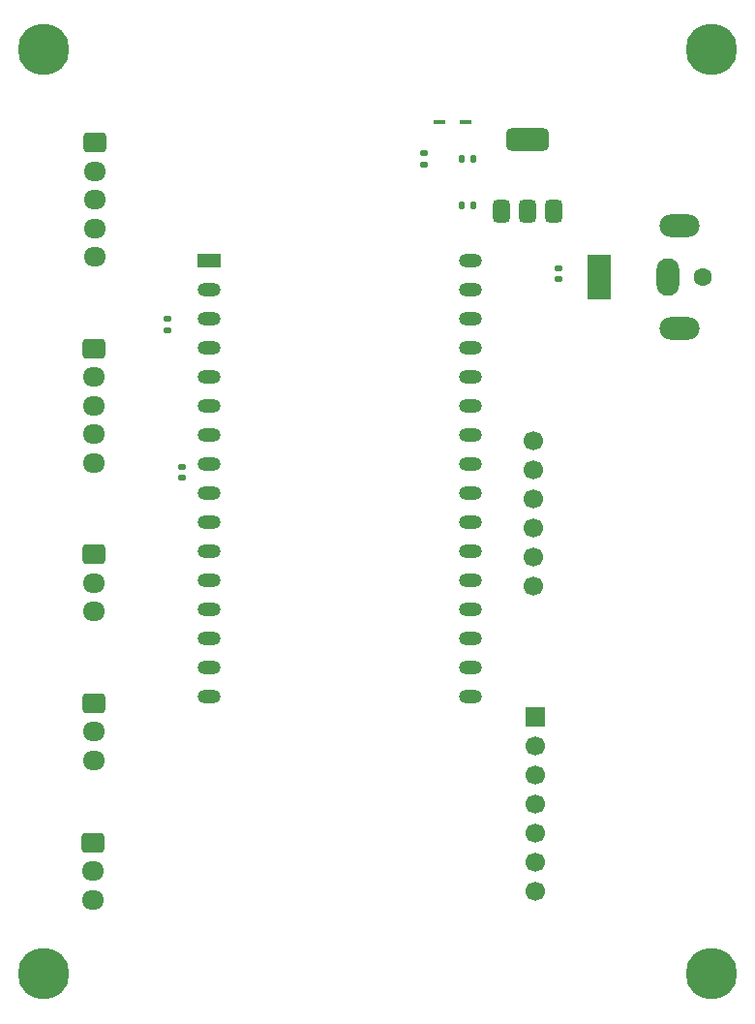
<source format=gts>
%TF.GenerationSoftware,KiCad,Pcbnew,9.0.7*%
%TF.CreationDate,2026-02-19T22:53:12-05:00*%
%TF.ProjectId,ESP32-Adapter,45535033-322d-4416-9461-707465722e6b,rev?*%
%TF.SameCoordinates,Original*%
%TF.FileFunction,Soldermask,Top*%
%TF.FilePolarity,Negative*%
%FSLAX46Y46*%
G04 Gerber Fmt 4.6, Leading zero omitted, Abs format (unit mm)*
G04 Created by KiCad (PCBNEW 9.0.7) date 2026-02-19 22:53:12*
%MOMM*%
%LPD*%
G01*
G04 APERTURE LIST*
G04 Aperture macros list*
%AMRoundRect*
0 Rectangle with rounded corners*
0 $1 Rounding radius*
0 $2 $3 $4 $5 $6 $7 $8 $9 X,Y pos of 4 corners*
0 Add a 4 corners polygon primitive as box body*
4,1,4,$2,$3,$4,$5,$6,$7,$8,$9,$2,$3,0*
0 Add four circle primitives for the rounded corners*
1,1,$1+$1,$2,$3*
1,1,$1+$1,$4,$5*
1,1,$1+$1,$6,$7*
1,1,$1+$1,$8,$9*
0 Add four rect primitives between the rounded corners*
20,1,$1+$1,$2,$3,$4,$5,0*
20,1,$1+$1,$4,$5,$6,$7,0*
20,1,$1+$1,$6,$7,$8,$9,0*
20,1,$1+$1,$8,$9,$2,$3,0*%
G04 Aperture macros list end*
%ADD10C,1.700000*%
%ADD11RoundRect,0.250000X-0.725000X0.600000X-0.725000X-0.600000X0.725000X-0.600000X0.725000X0.600000X0*%
%ADD12O,1.950000X1.700000*%
%ADD13RoundRect,0.140000X-0.170000X0.140000X-0.170000X-0.140000X0.170000X-0.140000X0.170000X0.140000X0*%
%ADD14C,4.500000*%
%ADD15RoundRect,0.375000X0.375000X-0.625000X0.375000X0.625000X-0.375000X0.625000X-0.375000X-0.625000X0*%
%ADD16RoundRect,0.500000X1.400000X-0.500000X1.400000X0.500000X-1.400000X0.500000X-1.400000X-0.500000X0*%
%ADD17R,1.700000X1.700000*%
%ADD18R,2.000000X1.200000*%
%ADD19O,2.000000X1.200000*%
%ADD20C,1.600000*%
%ADD21R,2.000000X4.000000*%
%ADD22O,2.000000X3.300000*%
%ADD23O,3.500000X2.000000*%
%ADD24RoundRect,0.135000X0.135000X0.185000X-0.135000X0.185000X-0.135000X-0.185000X0.135000X-0.185000X0*%
%ADD25RoundRect,0.135000X-0.135000X-0.185000X0.135000X-0.185000X0.135000X0.185000X-0.135000X0.185000X0*%
%ADD26R,1.111200X0.450800*%
G04 APERTURE END LIST*
D10*
%TO.C,U4*%
X123610900Y-68600000D03*
X123610900Y-71140000D03*
X123610900Y-73680000D03*
X123610900Y-76220000D03*
X123610900Y-78760000D03*
X123610900Y-81300000D03*
%TD*%
D11*
%TO.C,Analog 1*%
X85130900Y-78570000D03*
D12*
X85130900Y-81070000D03*
X85130900Y-83570000D03*
%TD*%
D13*
%TO.C,C3*%
X92850900Y-70900000D03*
X92850900Y-71860000D03*
%TD*%
D14*
%TO.C,REF\u002A\u002A*%
X139180900Y-34440000D03*
%TD*%
D15*
%TO.C,U2*%
X120770900Y-48600000D03*
X123070900Y-48600000D03*
D16*
X123070900Y-42300000D03*
D15*
X125370900Y-48600000D03*
%TD*%
D11*
%TO.C,WS2812 LED*%
X85070900Y-103750000D03*
D12*
X85070900Y-106250000D03*
X85070900Y-108750000D03*
%TD*%
D14*
%TO.C,*%
X80770900Y-115220000D03*
%TD*%
%TO.C,REF\u002A\u002A*%
X139180900Y-115220000D03*
%TD*%
D17*
%TO.C,U3*%
X123760900Y-92750000D03*
D10*
X123760900Y-95290000D03*
X123760900Y-97830000D03*
X123760900Y-100370000D03*
X123760900Y-102910000D03*
X123760900Y-105450000D03*
X123760900Y-107990000D03*
%TD*%
D13*
%TO.C,C2*%
X114070900Y-43520000D03*
X114070900Y-44480000D03*
%TD*%
%TO.C,C1*%
X125760900Y-53550000D03*
X125760900Y-54510000D03*
%TD*%
D11*
%TO.C,Encoder 1*%
X85130900Y-60570000D03*
D12*
X85130900Y-63070000D03*
X85130900Y-65570000D03*
X85130900Y-68070000D03*
X85130900Y-70570000D03*
%TD*%
D18*
%TO.C,U1*%
X95237700Y-52850320D03*
D19*
X95237700Y-55390320D03*
X95237700Y-57930320D03*
X95237700Y-60470320D03*
X95237700Y-63010320D03*
X95237700Y-65550320D03*
X95237700Y-68090320D03*
X95237700Y-70630320D03*
X95237700Y-73170320D03*
X95237700Y-75710320D03*
X95237700Y-78250320D03*
X95237700Y-80790320D03*
X95237700Y-83330320D03*
X95237700Y-85870320D03*
X95237700Y-88410320D03*
X95237700Y-90950320D03*
X118097700Y-90950320D03*
X118097700Y-88410320D03*
X118097700Y-85870320D03*
X118097700Y-83330320D03*
X118097700Y-80790320D03*
X118097700Y-78250320D03*
X118097700Y-75710320D03*
X118097700Y-73170320D03*
X118097700Y-70630320D03*
X118097700Y-68090320D03*
X118097700Y-65550320D03*
X118097700Y-63010320D03*
X118097700Y-60470320D03*
X118097700Y-57930320D03*
X118097700Y-55390320D03*
X118097700Y-52850320D03*
%TD*%
D11*
%TO.C,Encoder 2*%
X85230900Y-42570000D03*
D12*
X85230900Y-45070000D03*
X85230900Y-47570000D03*
X85230900Y-50070000D03*
X85230900Y-52570000D03*
%TD*%
D11*
%TO.C,Analog 2*%
X85130900Y-91570000D03*
D12*
X85130900Y-94070000D03*
X85130900Y-96570000D03*
%TD*%
D20*
%TO.C,J10*%
X138390900Y-54330000D03*
D21*
X129390900Y-54330000D03*
D22*
X135390900Y-54330000D03*
D23*
X136390900Y-58830000D03*
X136390900Y-49830000D03*
%TD*%
D14*
%TO.C,*%
X80770900Y-34440000D03*
%TD*%
D13*
%TO.C,C4*%
X91570900Y-58000000D03*
X91570900Y-58960000D03*
%TD*%
D24*
%TO.C,R1*%
X118320900Y-48020000D03*
X117300900Y-48020000D03*
%TD*%
D25*
%TO.C,R2*%
X117300900Y-44010000D03*
X118320900Y-44010000D03*
%TD*%
D26*
%TO.C,D1*%
X115380900Y-40780000D03*
X117680900Y-40780000D03*
%TD*%
M02*

</source>
